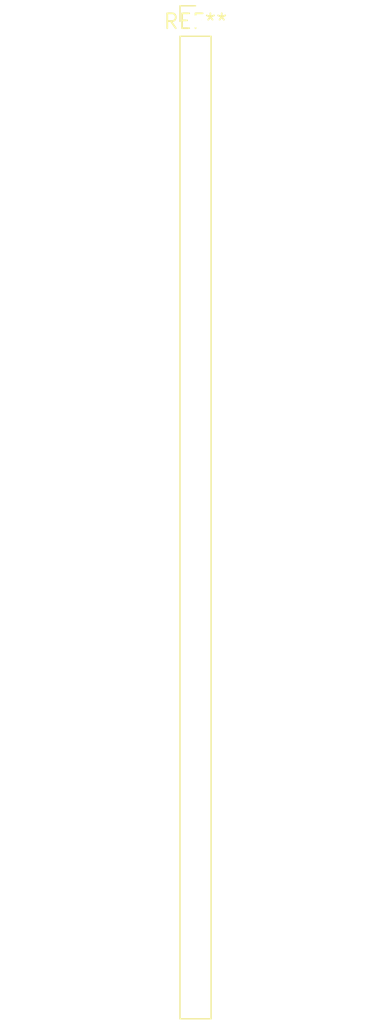
<source format=kicad_pcb>
(kicad_pcb (version 20240108) (generator pcbnew)
  (layers (0 "F.Cu" signal) (31 "B.Cu" signal) (34 "B.Paste" user) (35 "F.Paste" user) (36 "B.SilkS" user "B.Silkscreen") (37 "F.SilkS" user "F.Silkscreen") (38 "B.Mask" user) (39 "F.Mask" user) (44 "Edge.Cuts" user))
  (net 0 "")
  (footprint "PinHeader_1x34_P2.54mm_Vertical" (layer "F.Cu") (at 0 0)
    (property "Reference" "REF**")
    (property "Value" "PinHeader_1x34_P2.54mm_Vertical")
    (fp_line (start -1.33 -1.33) (end 0 -1.33) (layer "F.SilkS") (stroke (width 0.12)))
    (fp_line (start -1.33 0) (end -1.33 -1.33) (layer "F.SilkS") (stroke (width 0.12)))
    (fp_line (start -1.33 1.27) (end -1.33 85.15) (layer "F.SilkS") (stroke (width 0.12)))
    (fp_line (start -1.33 1.27) (end 1.33 1.27) (layer "F.SilkS") (stroke (width 0.12)))
    (fp_line (start -1.33 85.15) (end 1.33 85.15) (layer "F.SilkS") (stroke (width 0.12)))
    (fp_line (start 1.33 1.27) (end 1.33 85.15) (layer "F.SilkS") (stroke (width 0.12)))
    (pad "1" thru_hole rect (at 0 0) (size 1.7 1.7) (drill 1) (layers *.Cu *.Mask) (remove_unused_layers))
    (pad "2" thru_hole oval (at 0 2.54) (size 1.7 1.7) (drill 1) (layers *.Cu *.Mask) (remove_unused_layers))
    (pad "3" thru_hole oval (at 0 5.08) (size 1.7 1.7) (drill 1) (layers *.Cu *.Mask) (remove_unused_layers))
    (pad "4" thru_hole oval (at 0 7.62) (size 1.7 1.7) (drill 1) (layers *.Cu *.Mask) (remove_unused_layers))
    (pad "5" thru_hole oval (at 0 10.16) (size 1.7 1.7) (drill 1) (layers *.Cu *.Mask) (remove_unused_layers))
    (pad "6" thru_hole oval (at 0 12.7) (size 1.7 1.7) (drill 1) (layers *.Cu *.Mask) (remove_unused_layers))
    (pad "7" thru_hole oval (at 0 15.24) (size 1.7 1.7) (drill 1) (layers *.Cu *.Mask) (remove_unused_layers))
    (pad "8" thru_hole oval (at 0 17.78) (size 1.7 1.7) (drill 1) (layers *.Cu *.Mask) (remove_unused_layers))
    (pad "9" thru_hole oval (at 0 20.32) (size 1.7 1.7) (drill 1) (layers *.Cu *.Mask) (remove_unused_layers))
    (pad "10" thru_hole oval (at 0 22.86) (size 1.7 1.7) (drill 1) (layers *.Cu *.Mask) (remove_unused_layers))
    (pad "11" thru_hole oval (at 0 25.4) (size 1.7 1.7) (drill 1) (layers *.Cu *.Mask) (remove_unused_layers))
    (pad "12" thru_hole oval (at 0 27.94) (size 1.7 1.7) (drill 1) (layers *.Cu *.Mask) (remove_unused_layers))
    (pad "13" thru_hole oval (at 0 30.48) (size 1.7 1.7) (drill 1) (layers *.Cu *.Mask) (remove_unused_layers))
    (pad "14" thru_hole oval (at 0 33.02) (size 1.7 1.7) (drill 1) (layers *.Cu *.Mask) (remove_unused_layers))
    (pad "15" thru_hole oval (at 0 35.56) (size 1.7 1.7) (drill 1) (layers *.Cu *.Mask) (remove_unused_layers))
    (pad "16" thru_hole oval (at 0 38.1) (size 1.7 1.7) (drill 1) (layers *.Cu *.Mask) (remove_unused_layers))
    (pad "17" thru_hole oval (at 0 40.64) (size 1.7 1.7) (drill 1) (layers *.Cu *.Mask) (remove_unused_layers))
    (pad "18" thru_hole oval (at 0 43.18) (size 1.7 1.7) (drill 1) (layers *.Cu *.Mask) (remove_unused_layers))
    (pad "19" thru_hole oval (at 0 45.72) (size 1.7 1.7) (drill 1) (layers *.Cu *.Mask) (remove_unused_layers))
    (pad "20" thru_hole oval (at 0 48.26) (size 1.7 1.7) (drill 1) (layers *.Cu *.Mask) (remove_unused_layers))
    (pad "21" thru_hole oval (at 0 50.8) (size 1.7 1.7) (drill 1) (layers *.Cu *.Mask) (remove_unused_layers))
    (pad "22" thru_hole oval (at 0 53.34) (size 1.7 1.7) (drill 1) (layers *.Cu *.Mask) (remove_unused_layers))
    (pad "23" thru_hole oval (at 0 55.88) (size 1.7 1.7) (drill 1) (layers *.Cu *.Mask) (remove_unused_layers))
    (pad "24" thru_hole oval (at 0 58.42) (size 1.7 1.7) (drill 1) (layers *.Cu *.Mask) (remove_unused_layers))
    (pad "25" thru_hole oval (at 0 60.96) (size 1.7 1.7) (drill 1) (layers *.Cu *.Mask) (remove_unused_layers))
    (pad "26" thru_hole oval (at 0 63.5) (size 1.7 1.7) (drill 1) (layers *.Cu *.Mask) (remove_unused_layers))
    (pad "27" thru_hole oval (at 0 66.04) (size 1.7 1.7) (drill 1) (layers *.Cu *.Mask) (remove_unused_layers))
    (pad "28" thru_hole oval (at 0 68.58) (size 1.7 1.7) (drill 1) (layers *.Cu *.Mask) (remove_unused_layers))
    (pad "29" thru_hole oval (at 0 71.12) (size 1.7 1.7) (drill 1) (layers *.Cu *.Mask) (remove_unused_layers))
    (pad "30" thru_hole oval (at 0 73.66) (size 1.7 1.7) (drill 1) (layers *.Cu *.Mask) (remove_unused_layers))
    (pad "31" thru_hole oval (at 0 76.2) (size 1.7 1.7) (drill 1) (layers *.Cu *.Mask) (remove_unused_layers))
    (pad "32" thru_hole oval (at 0 78.74) (size 1.7 1.7) (drill 1) (layers *.Cu *.Mask) (remove_unused_layers))
    (pad "33" thru_hole oval (at 0 81.28) (size 1.7 1.7) (drill 1) (layers *.Cu *.Mask) (remove_unused_layers))
    (pad "34" thru_hole oval (at 0 83.82) (size 1.7 1.7) (drill 1) (layers *.Cu *.Mask) (remove_unused_layers))
  )
)
</source>
